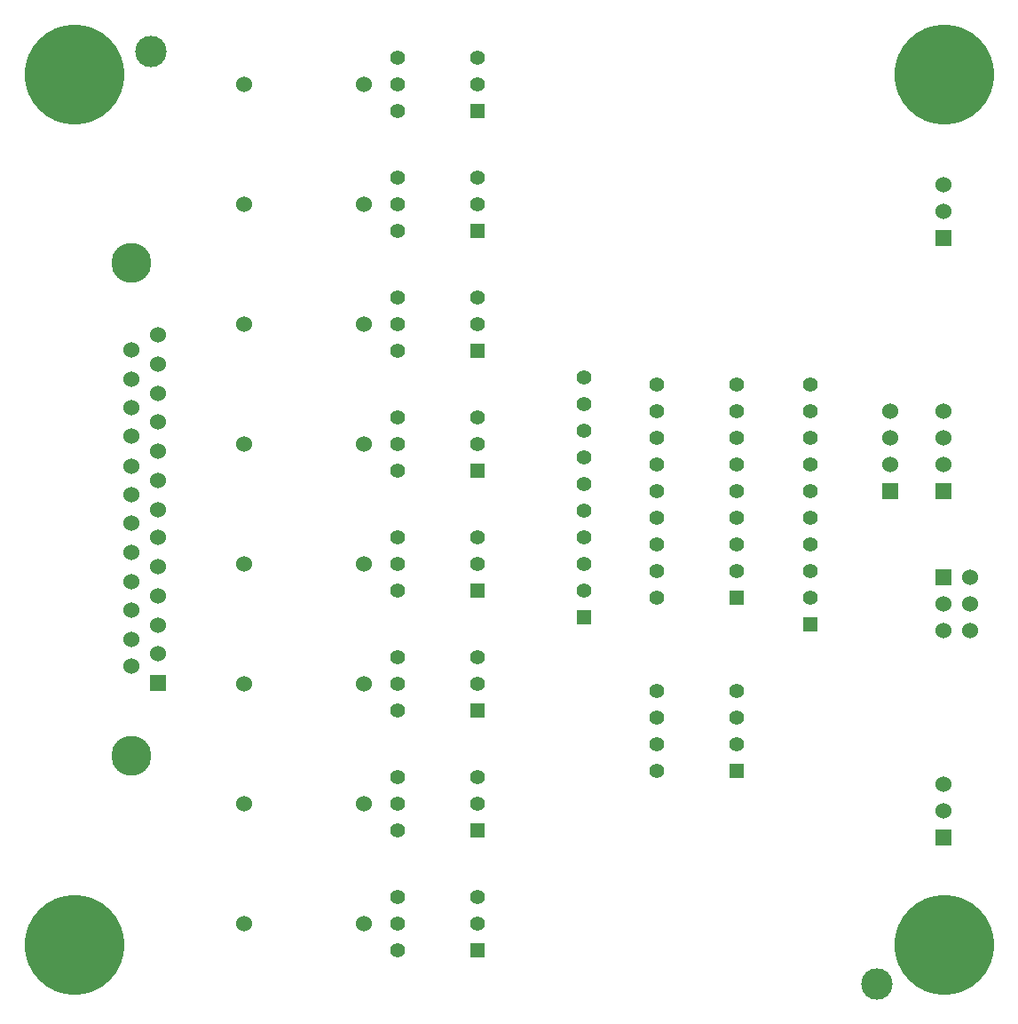
<source format=gts>
G04 (created by PCBNEW (2013-05-31 BZR 4019)-stable) date 6/28/2014 3:05:12 PM*
%MOIN*%
G04 Gerber Fmt 3.4, Leading zero omitted, Abs format*
%FSLAX34Y34*%
G01*
G70*
G90*
G04 APERTURE LIST*
%ADD10C,0.00590551*%
%ADD11C,0.06*%
%ADD12R,0.055X0.055*%
%ADD13C,0.055*%
%ADD14C,0.375*%
%ADD15C,0.11811*%
%ADD16R,0.06X0.06*%
%ADD17C,0.15*%
G04 APERTURE END LIST*
G54D10*
G54D11*
X13250Y-2750D03*
X8750Y-2750D03*
X13250Y-7250D03*
X8750Y-7250D03*
X13250Y-11750D03*
X8750Y-11750D03*
X13250Y-16250D03*
X8750Y-16250D03*
X13250Y-20750D03*
X8750Y-20750D03*
X13250Y-25250D03*
X8750Y-25250D03*
X13250Y-34250D03*
X8750Y-34250D03*
X13250Y-29750D03*
X8750Y-29750D03*
G54D12*
X17500Y-35250D03*
G54D13*
X17500Y-34250D03*
X17500Y-33250D03*
X14500Y-33250D03*
X14500Y-34250D03*
X14500Y-35250D03*
G54D12*
X17500Y-3750D03*
G54D13*
X17500Y-2750D03*
X17500Y-1750D03*
X14500Y-1750D03*
X14500Y-2750D03*
X14500Y-3750D03*
G54D12*
X17500Y-8250D03*
G54D13*
X17500Y-7250D03*
X17500Y-6250D03*
X14500Y-6250D03*
X14500Y-7250D03*
X14500Y-8250D03*
G54D12*
X17500Y-12750D03*
G54D13*
X17500Y-11750D03*
X17500Y-10750D03*
X14500Y-10750D03*
X14500Y-11750D03*
X14500Y-12750D03*
G54D12*
X17500Y-17250D03*
G54D13*
X17500Y-16250D03*
X17500Y-15250D03*
X14500Y-15250D03*
X14500Y-16250D03*
X14500Y-17250D03*
G54D12*
X17500Y-21750D03*
G54D13*
X17500Y-20750D03*
X17500Y-19750D03*
X14500Y-19750D03*
X14500Y-20750D03*
X14500Y-21750D03*
G54D12*
X17500Y-26250D03*
G54D13*
X17500Y-25250D03*
X17500Y-24250D03*
X14500Y-24250D03*
X14500Y-25250D03*
X14500Y-26250D03*
G54D12*
X17500Y-30750D03*
G54D13*
X17500Y-29750D03*
X17500Y-28750D03*
X14500Y-28750D03*
X14500Y-29750D03*
X14500Y-30750D03*
G54D14*
X2362Y-2362D03*
X35039Y-2362D03*
X2362Y-35039D03*
X35039Y-35039D03*
G54D15*
X5250Y-1500D03*
X32500Y-36500D03*
G54D16*
X35000Y-18000D03*
G54D11*
X35000Y-17000D03*
X35000Y-16000D03*
X35000Y-15000D03*
G54D16*
X35000Y-21250D03*
G54D11*
X36000Y-21250D03*
X35000Y-22250D03*
X36000Y-22250D03*
X35000Y-23250D03*
X36000Y-23250D03*
G54D12*
X27250Y-22000D03*
G54D13*
X27250Y-21000D03*
X27250Y-20000D03*
X27250Y-19000D03*
X27250Y-18000D03*
X27250Y-17000D03*
X27250Y-16000D03*
X27250Y-15000D03*
X27250Y-14000D03*
X24250Y-14000D03*
X24250Y-15000D03*
X24250Y-16000D03*
X24250Y-17000D03*
X24250Y-18000D03*
X24250Y-19000D03*
X24250Y-20000D03*
X24250Y-21000D03*
X24250Y-22000D03*
G54D17*
X4500Y-9450D03*
X4500Y-27950D03*
G54D16*
X5500Y-25200D03*
G54D11*
X5500Y-24100D03*
X5500Y-23050D03*
X5500Y-21950D03*
X5500Y-20850D03*
X5500Y-19750D03*
X5500Y-18700D03*
X5500Y-17600D03*
X5500Y-16500D03*
X5500Y-15400D03*
X5500Y-14350D03*
X5500Y-13250D03*
X5500Y-12150D03*
X4500Y-24580D03*
X4500Y-23580D03*
X4500Y-22480D03*
X4500Y-21400D03*
X4500Y-20320D03*
X4500Y-19220D03*
X4500Y-18140D03*
X4500Y-17060D03*
X4500Y-15940D03*
X4500Y-14880D03*
X4500Y-13800D03*
X4500Y-12700D03*
G54D12*
X21500Y-22750D03*
G54D13*
X21500Y-21750D03*
X21500Y-20750D03*
X21500Y-19750D03*
X21500Y-18750D03*
X21500Y-17750D03*
X21500Y-16750D03*
X21500Y-15750D03*
X21500Y-14750D03*
X21500Y-13750D03*
G54D12*
X30000Y-23000D03*
G54D13*
X30000Y-22000D03*
X30000Y-21000D03*
X30000Y-20000D03*
X30000Y-19000D03*
X30000Y-18000D03*
X30000Y-17000D03*
X30000Y-16000D03*
X30000Y-15000D03*
X30000Y-14000D03*
G54D16*
X33000Y-18000D03*
G54D11*
X33000Y-17000D03*
X33000Y-16000D03*
X33000Y-15000D03*
G54D16*
X35000Y-8500D03*
G54D11*
X35000Y-7500D03*
X35000Y-6500D03*
G54D16*
X35000Y-31000D03*
G54D11*
X35000Y-30000D03*
X35000Y-29000D03*
G54D12*
X27250Y-28500D03*
G54D13*
X27250Y-27500D03*
X27250Y-26500D03*
X27250Y-25500D03*
X24250Y-25500D03*
X24250Y-26500D03*
X24250Y-27500D03*
X24250Y-28500D03*
M02*

</source>
